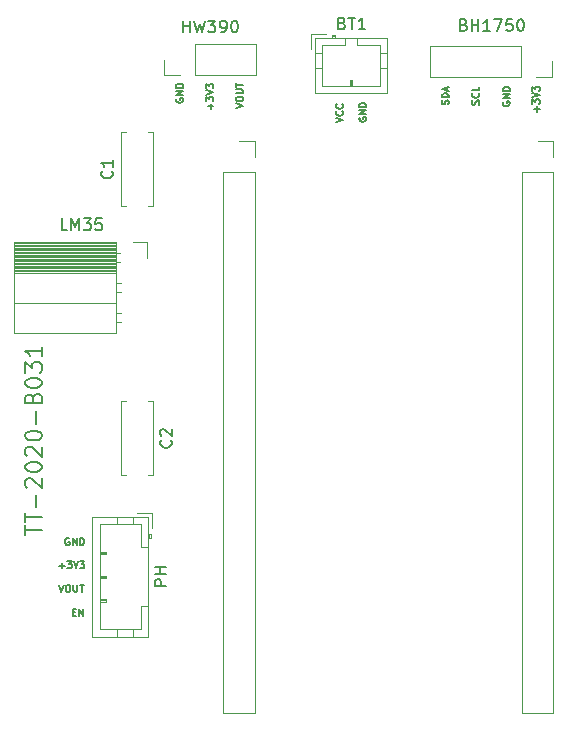
<source format=gto>
G04 #@! TF.GenerationSoftware,KiCad,Pcbnew,5.1.10*
G04 #@! TF.CreationDate,2021-12-04T16:20:11-06:00*
G04 #@! TF.ProjectId,estacion-esp32,65737461-6369-46f6-9e2d-65737033322e,rev?*
G04 #@! TF.SameCoordinates,Original*
G04 #@! TF.FileFunction,Legend,Top*
G04 #@! TF.FilePolarity,Positive*
%FSLAX46Y46*%
G04 Gerber Fmt 4.6, Leading zero omitted, Abs format (unit mm)*
G04 Created by KiCad (PCBNEW 5.1.10) date 2021-12-04 16:20:11*
%MOMM*%
%LPD*%
G01*
G04 APERTURE LIST*
%ADD10C,0.150000*%
%ADD11C,0.120000*%
G04 APERTURE END LIST*
D10*
X122677333Y-104045333D02*
X122677333Y-103245333D01*
X124077333Y-103645333D02*
X122677333Y-103645333D01*
X122677333Y-102978666D02*
X122677333Y-102178666D01*
X124077333Y-102578666D02*
X122677333Y-102578666D01*
X123544000Y-101712000D02*
X123544000Y-100645333D01*
X122810666Y-100045333D02*
X122744000Y-99978666D01*
X122677333Y-99845333D01*
X122677333Y-99512000D01*
X122744000Y-99378666D01*
X122810666Y-99312000D01*
X122944000Y-99245333D01*
X123077333Y-99245333D01*
X123277333Y-99312000D01*
X124077333Y-100112000D01*
X124077333Y-99245333D01*
X122677333Y-98378666D02*
X122677333Y-98245333D01*
X122744000Y-98112000D01*
X122810666Y-98045333D01*
X122944000Y-97978666D01*
X123210666Y-97912000D01*
X123544000Y-97912000D01*
X123810666Y-97978666D01*
X123944000Y-98045333D01*
X124010666Y-98112000D01*
X124077333Y-98245333D01*
X124077333Y-98378666D01*
X124010666Y-98512000D01*
X123944000Y-98578666D01*
X123810666Y-98645333D01*
X123544000Y-98712000D01*
X123210666Y-98712000D01*
X122944000Y-98645333D01*
X122810666Y-98578666D01*
X122744000Y-98512000D01*
X122677333Y-98378666D01*
X122810666Y-97378666D02*
X122744000Y-97312000D01*
X122677333Y-97178666D01*
X122677333Y-96845333D01*
X122744000Y-96712000D01*
X122810666Y-96645333D01*
X122944000Y-96578666D01*
X123077333Y-96578666D01*
X123277333Y-96645333D01*
X124077333Y-97445333D01*
X124077333Y-96578666D01*
X122677333Y-95712000D02*
X122677333Y-95578666D01*
X122744000Y-95445333D01*
X122810666Y-95378666D01*
X122944000Y-95312000D01*
X123210666Y-95245333D01*
X123544000Y-95245333D01*
X123810666Y-95312000D01*
X123944000Y-95378666D01*
X124010666Y-95445333D01*
X124077333Y-95578666D01*
X124077333Y-95712000D01*
X124010666Y-95845333D01*
X123944000Y-95912000D01*
X123810666Y-95978666D01*
X123544000Y-96045333D01*
X123210666Y-96045333D01*
X122944000Y-95978666D01*
X122810666Y-95912000D01*
X122744000Y-95845333D01*
X122677333Y-95712000D01*
X123544000Y-94645333D02*
X123544000Y-93578666D01*
X123344000Y-92445333D02*
X123410666Y-92245333D01*
X123477333Y-92178666D01*
X123610666Y-92112000D01*
X123810666Y-92112000D01*
X123944000Y-92178666D01*
X124010666Y-92245333D01*
X124077333Y-92378666D01*
X124077333Y-92912000D01*
X122677333Y-92912000D01*
X122677333Y-92445333D01*
X122744000Y-92312000D01*
X122810666Y-92245333D01*
X122944000Y-92178666D01*
X123077333Y-92178666D01*
X123210666Y-92245333D01*
X123277333Y-92312000D01*
X123344000Y-92445333D01*
X123344000Y-92912000D01*
X122677333Y-91245333D02*
X122677333Y-91112000D01*
X122744000Y-90978666D01*
X122810666Y-90912000D01*
X122944000Y-90845333D01*
X123210666Y-90778666D01*
X123544000Y-90778666D01*
X123810666Y-90845333D01*
X123944000Y-90912000D01*
X124010666Y-90978666D01*
X124077333Y-91112000D01*
X124077333Y-91245333D01*
X124010666Y-91378666D01*
X123944000Y-91445333D01*
X123810666Y-91512000D01*
X123544000Y-91578666D01*
X123210666Y-91578666D01*
X122944000Y-91512000D01*
X122810666Y-91445333D01*
X122744000Y-91378666D01*
X122677333Y-91245333D01*
X122677333Y-90312000D02*
X122677333Y-89445333D01*
X123210666Y-89912000D01*
X123210666Y-89712000D01*
X123277333Y-89578666D01*
X123344000Y-89512000D01*
X123477333Y-89445333D01*
X123810666Y-89445333D01*
X123944000Y-89512000D01*
X124010666Y-89578666D01*
X124077333Y-89712000D01*
X124077333Y-90112000D01*
X124010666Y-90245333D01*
X123944000Y-90312000D01*
X124077333Y-88112000D02*
X124077333Y-88912000D01*
X124077333Y-88512000D02*
X122677333Y-88512000D01*
X122877333Y-88645333D01*
X123010666Y-88778666D01*
X123077333Y-88912000D01*
X158484857Y-67606771D02*
X158513428Y-67521057D01*
X158513428Y-67378200D01*
X158484857Y-67321057D01*
X158456285Y-67292485D01*
X158399142Y-67263914D01*
X158342000Y-67263914D01*
X158284857Y-67292485D01*
X158256285Y-67321057D01*
X158227714Y-67378200D01*
X158199142Y-67492485D01*
X158170571Y-67549628D01*
X158142000Y-67578200D01*
X158084857Y-67606771D01*
X158027714Y-67606771D01*
X157970571Y-67578200D01*
X157942000Y-67549628D01*
X157913428Y-67492485D01*
X157913428Y-67349628D01*
X157942000Y-67263914D01*
X158513428Y-67006771D02*
X157913428Y-67006771D01*
X157913428Y-66863914D01*
X157942000Y-66778200D01*
X157999142Y-66721057D01*
X158056285Y-66692485D01*
X158170571Y-66663914D01*
X158256285Y-66663914D01*
X158370571Y-66692485D01*
X158427714Y-66721057D01*
X158484857Y-66778200D01*
X158513428Y-66863914D01*
X158513428Y-67006771D01*
X158342000Y-66435342D02*
X158342000Y-66149628D01*
X158513428Y-66492485D02*
X157913428Y-66292485D01*
X158513428Y-66092485D01*
X161075657Y-67617885D02*
X161104228Y-67532171D01*
X161104228Y-67389314D01*
X161075657Y-67332171D01*
X161047085Y-67303600D01*
X160989942Y-67275028D01*
X160932800Y-67275028D01*
X160875657Y-67303600D01*
X160847085Y-67332171D01*
X160818514Y-67389314D01*
X160789942Y-67503600D01*
X160761371Y-67560742D01*
X160732800Y-67589314D01*
X160675657Y-67617885D01*
X160618514Y-67617885D01*
X160561371Y-67589314D01*
X160532800Y-67560742D01*
X160504228Y-67503600D01*
X160504228Y-67360742D01*
X160532800Y-67275028D01*
X161047085Y-66675028D02*
X161075657Y-66703600D01*
X161104228Y-66789314D01*
X161104228Y-66846457D01*
X161075657Y-66932171D01*
X161018514Y-66989314D01*
X160961371Y-67017885D01*
X160847085Y-67046457D01*
X160761371Y-67046457D01*
X160647085Y-67017885D01*
X160589942Y-66989314D01*
X160532800Y-66932171D01*
X160504228Y-66846457D01*
X160504228Y-66789314D01*
X160532800Y-66703600D01*
X160561371Y-66675028D01*
X161104228Y-66132171D02*
X161104228Y-66417885D01*
X160504228Y-66417885D01*
X165981057Y-68240142D02*
X165981057Y-67783000D01*
X166209628Y-68011571D02*
X165752485Y-68011571D01*
X165609628Y-67554428D02*
X165609628Y-67183000D01*
X165838200Y-67383000D01*
X165838200Y-67297285D01*
X165866771Y-67240142D01*
X165895342Y-67211571D01*
X165952485Y-67183000D01*
X166095342Y-67183000D01*
X166152485Y-67211571D01*
X166181057Y-67240142D01*
X166209628Y-67297285D01*
X166209628Y-67468714D01*
X166181057Y-67525857D01*
X166152485Y-67554428D01*
X165609628Y-67011571D02*
X166209628Y-66811571D01*
X165609628Y-66611571D01*
X165609628Y-66468714D02*
X165609628Y-66097285D01*
X165838200Y-66297285D01*
X165838200Y-66211571D01*
X165866771Y-66154428D01*
X165895342Y-66125857D01*
X165952485Y-66097285D01*
X166095342Y-66097285D01*
X166152485Y-66125857D01*
X166181057Y-66154428D01*
X166209628Y-66211571D01*
X166209628Y-66383000D01*
X166181057Y-66440142D01*
X166152485Y-66468714D01*
X163123600Y-67386142D02*
X163095028Y-67443285D01*
X163095028Y-67529000D01*
X163123600Y-67614714D01*
X163180742Y-67671857D01*
X163237885Y-67700428D01*
X163352171Y-67729000D01*
X163437885Y-67729000D01*
X163552171Y-67700428D01*
X163609314Y-67671857D01*
X163666457Y-67614714D01*
X163695028Y-67529000D01*
X163695028Y-67471857D01*
X163666457Y-67386142D01*
X163637885Y-67357571D01*
X163437885Y-67357571D01*
X163437885Y-67471857D01*
X163695028Y-67100428D02*
X163095028Y-67100428D01*
X163695028Y-66757571D01*
X163095028Y-66757571D01*
X163695028Y-66471857D02*
X163095028Y-66471857D01*
X163095028Y-66329000D01*
X163123600Y-66243285D01*
X163180742Y-66186142D01*
X163237885Y-66157571D01*
X163352171Y-66129000D01*
X163437885Y-66129000D01*
X163552171Y-66157571D01*
X163609314Y-66186142D01*
X163666457Y-66243285D01*
X163695028Y-66329000D01*
X163695028Y-66471857D01*
X150982400Y-68732342D02*
X150953828Y-68789485D01*
X150953828Y-68875200D01*
X150982400Y-68960914D01*
X151039542Y-69018057D01*
X151096685Y-69046628D01*
X151210971Y-69075200D01*
X151296685Y-69075200D01*
X151410971Y-69046628D01*
X151468114Y-69018057D01*
X151525257Y-68960914D01*
X151553828Y-68875200D01*
X151553828Y-68818057D01*
X151525257Y-68732342D01*
X151496685Y-68703771D01*
X151296685Y-68703771D01*
X151296685Y-68818057D01*
X151553828Y-68446628D02*
X150953828Y-68446628D01*
X151553828Y-68103771D01*
X150953828Y-68103771D01*
X151553828Y-67818057D02*
X150953828Y-67818057D01*
X150953828Y-67675200D01*
X150982400Y-67589485D01*
X151039542Y-67532342D01*
X151096685Y-67503771D01*
X151210971Y-67475200D01*
X151296685Y-67475200D01*
X151410971Y-67503771D01*
X151468114Y-67532342D01*
X151525257Y-67589485D01*
X151553828Y-67675200D01*
X151553828Y-67818057D01*
X148972628Y-69126000D02*
X149572628Y-68926000D01*
X148972628Y-68726000D01*
X149515485Y-68183142D02*
X149544057Y-68211714D01*
X149572628Y-68297428D01*
X149572628Y-68354571D01*
X149544057Y-68440285D01*
X149486914Y-68497428D01*
X149429771Y-68526000D01*
X149315485Y-68554571D01*
X149229771Y-68554571D01*
X149115485Y-68526000D01*
X149058342Y-68497428D01*
X149001200Y-68440285D01*
X148972628Y-68354571D01*
X148972628Y-68297428D01*
X149001200Y-68211714D01*
X149029771Y-68183142D01*
X149515485Y-67583142D02*
X149544057Y-67611714D01*
X149572628Y-67697428D01*
X149572628Y-67754571D01*
X149544057Y-67840285D01*
X149486914Y-67897428D01*
X149429771Y-67926000D01*
X149315485Y-67954571D01*
X149229771Y-67954571D01*
X149115485Y-67926000D01*
X149058342Y-67897428D01*
X149001200Y-67840285D01*
X148972628Y-67754571D01*
X148972628Y-67697428D01*
X149001200Y-67611714D01*
X149029771Y-67583142D01*
X140514428Y-67909942D02*
X141114428Y-67709942D01*
X140514428Y-67509942D01*
X140514428Y-67195657D02*
X140514428Y-67081371D01*
X140543000Y-67024228D01*
X140600142Y-66967085D01*
X140714428Y-66938514D01*
X140914428Y-66938514D01*
X141028714Y-66967085D01*
X141085857Y-67024228D01*
X141114428Y-67081371D01*
X141114428Y-67195657D01*
X141085857Y-67252800D01*
X141028714Y-67309942D01*
X140914428Y-67338514D01*
X140714428Y-67338514D01*
X140600142Y-67309942D01*
X140543000Y-67252800D01*
X140514428Y-67195657D01*
X140514428Y-66681371D02*
X141000142Y-66681371D01*
X141057285Y-66652800D01*
X141085857Y-66624228D01*
X141114428Y-66567085D01*
X141114428Y-66452800D01*
X141085857Y-66395657D01*
X141057285Y-66367085D01*
X141000142Y-66338514D01*
X140514428Y-66338514D01*
X140514428Y-66138514D02*
X140514428Y-65795657D01*
X141114428Y-65967085D02*
X140514428Y-65967085D01*
X138371257Y-68011542D02*
X138371257Y-67554400D01*
X138599828Y-67782971D02*
X138142685Y-67782971D01*
X137999828Y-67325828D02*
X137999828Y-66954400D01*
X138228400Y-67154400D01*
X138228400Y-67068685D01*
X138256971Y-67011542D01*
X138285542Y-66982971D01*
X138342685Y-66954400D01*
X138485542Y-66954400D01*
X138542685Y-66982971D01*
X138571257Y-67011542D01*
X138599828Y-67068685D01*
X138599828Y-67240114D01*
X138571257Y-67297257D01*
X138542685Y-67325828D01*
X137999828Y-66782971D02*
X138599828Y-66582971D01*
X137999828Y-66382971D01*
X137999828Y-66240114D02*
X137999828Y-65868685D01*
X138228400Y-66068685D01*
X138228400Y-65982971D01*
X138256971Y-65925828D01*
X138285542Y-65897257D01*
X138342685Y-65868685D01*
X138485542Y-65868685D01*
X138542685Y-65897257D01*
X138571257Y-65925828D01*
X138599828Y-65982971D01*
X138599828Y-66154400D01*
X138571257Y-66211542D01*
X138542685Y-66240114D01*
X135463000Y-67106742D02*
X135434428Y-67163885D01*
X135434428Y-67249600D01*
X135463000Y-67335314D01*
X135520142Y-67392457D01*
X135577285Y-67421028D01*
X135691571Y-67449600D01*
X135777285Y-67449600D01*
X135891571Y-67421028D01*
X135948714Y-67392457D01*
X136005857Y-67335314D01*
X136034428Y-67249600D01*
X136034428Y-67192457D01*
X136005857Y-67106742D01*
X135977285Y-67078171D01*
X135777285Y-67078171D01*
X135777285Y-67192457D01*
X136034428Y-66821028D02*
X135434428Y-66821028D01*
X136034428Y-66478171D01*
X135434428Y-66478171D01*
X136034428Y-66192457D02*
X135434428Y-66192457D01*
X135434428Y-66049600D01*
X135463000Y-65963885D01*
X135520142Y-65906742D01*
X135577285Y-65878171D01*
X135691571Y-65849600D01*
X135777285Y-65849600D01*
X135891571Y-65878171D01*
X135948714Y-65906742D01*
X136005857Y-65963885D01*
X136034428Y-66049600D01*
X136034428Y-66192457D01*
X126709542Y-110574142D02*
X126909542Y-110574142D01*
X126995257Y-110888428D02*
X126709542Y-110888428D01*
X126709542Y-110288428D01*
X126995257Y-110288428D01*
X127252400Y-110888428D02*
X127252400Y-110288428D01*
X127595257Y-110888428D01*
X127595257Y-110288428D01*
X125511057Y-108256428D02*
X125711057Y-108856428D01*
X125911057Y-108256428D01*
X126225342Y-108256428D02*
X126339628Y-108256428D01*
X126396771Y-108285000D01*
X126453914Y-108342142D01*
X126482485Y-108456428D01*
X126482485Y-108656428D01*
X126453914Y-108770714D01*
X126396771Y-108827857D01*
X126339628Y-108856428D01*
X126225342Y-108856428D01*
X126168200Y-108827857D01*
X126111057Y-108770714D01*
X126082485Y-108656428D01*
X126082485Y-108456428D01*
X126111057Y-108342142D01*
X126168200Y-108285000D01*
X126225342Y-108256428D01*
X126739628Y-108256428D02*
X126739628Y-108742142D01*
X126768200Y-108799285D01*
X126796771Y-108827857D01*
X126853914Y-108856428D01*
X126968200Y-108856428D01*
X127025342Y-108827857D01*
X127053914Y-108799285D01*
X127082485Y-108742142D01*
X127082485Y-108256428D01*
X127282485Y-108256428D02*
X127625342Y-108256428D01*
X127453914Y-108856428D02*
X127453914Y-108256428D01*
X125536457Y-106646657D02*
X125993600Y-106646657D01*
X125765028Y-106875228D02*
X125765028Y-106418085D01*
X126222171Y-106275228D02*
X126593600Y-106275228D01*
X126393600Y-106503800D01*
X126479314Y-106503800D01*
X126536457Y-106532371D01*
X126565028Y-106560942D01*
X126593600Y-106618085D01*
X126593600Y-106760942D01*
X126565028Y-106818085D01*
X126536457Y-106846657D01*
X126479314Y-106875228D01*
X126307885Y-106875228D01*
X126250742Y-106846657D01*
X126222171Y-106818085D01*
X126765028Y-106275228D02*
X126965028Y-106875228D01*
X127165028Y-106275228D01*
X127307885Y-106275228D02*
X127679314Y-106275228D01*
X127479314Y-106503800D01*
X127565028Y-106503800D01*
X127622171Y-106532371D01*
X127650742Y-106560942D01*
X127679314Y-106618085D01*
X127679314Y-106760942D01*
X127650742Y-106818085D01*
X127622171Y-106846657D01*
X127565028Y-106875228D01*
X127393600Y-106875228D01*
X127336457Y-106846657D01*
X127307885Y-106818085D01*
X126390457Y-104348000D02*
X126333314Y-104319428D01*
X126247600Y-104319428D01*
X126161885Y-104348000D01*
X126104742Y-104405142D01*
X126076171Y-104462285D01*
X126047600Y-104576571D01*
X126047600Y-104662285D01*
X126076171Y-104776571D01*
X126104742Y-104833714D01*
X126161885Y-104890857D01*
X126247600Y-104919428D01*
X126304742Y-104919428D01*
X126390457Y-104890857D01*
X126419028Y-104862285D01*
X126419028Y-104662285D01*
X126304742Y-104662285D01*
X126676171Y-104919428D02*
X126676171Y-104319428D01*
X127019028Y-104919428D01*
X127019028Y-104319428D01*
X127304742Y-104919428D02*
X127304742Y-104319428D01*
X127447600Y-104319428D01*
X127533314Y-104348000D01*
X127590457Y-104405142D01*
X127619028Y-104462285D01*
X127647600Y-104576571D01*
X127647600Y-104662285D01*
X127619028Y-104776571D01*
X127590457Y-104833714D01*
X127533314Y-104890857D01*
X127447600Y-104919428D01*
X127304742Y-104919428D01*
D11*
X133500800Y-92750400D02*
X133500800Y-98990400D01*
X130760800Y-92750400D02*
X130760800Y-98990400D01*
X133500800Y-92750400D02*
X133055800Y-92750400D01*
X131205800Y-92750400D02*
X130760800Y-92750400D01*
X133500800Y-98990400D02*
X133055800Y-98990400D01*
X131205800Y-98990400D02*
X130760800Y-98990400D01*
X133077200Y-102537200D02*
X128357200Y-102537200D01*
X128357200Y-102537200D02*
X128357200Y-112657200D01*
X128357200Y-112657200D02*
X133077200Y-112657200D01*
X133077200Y-112657200D02*
X133077200Y-102537200D01*
X133077200Y-104297200D02*
X133277200Y-104297200D01*
X133277200Y-104297200D02*
X133277200Y-103997200D01*
X133277200Y-103997200D02*
X133077200Y-103997200D01*
X133177200Y-104297200D02*
X133177200Y-103997200D01*
X133077200Y-105097200D02*
X132467200Y-105097200D01*
X132467200Y-105097200D02*
X132467200Y-103147200D01*
X132467200Y-103147200D02*
X128967200Y-103147200D01*
X128967200Y-103147200D02*
X128967200Y-112047200D01*
X128967200Y-112047200D02*
X132467200Y-112047200D01*
X132467200Y-112047200D02*
X132467200Y-110097200D01*
X132467200Y-110097200D02*
X133077200Y-110097200D01*
X131767200Y-102537200D02*
X131767200Y-103147200D01*
X130467200Y-102537200D02*
X130467200Y-103147200D01*
X131767200Y-112657200D02*
X131767200Y-112047200D01*
X130467200Y-112657200D02*
X130467200Y-112047200D01*
X128967200Y-105497200D02*
X129467200Y-105497200D01*
X129467200Y-105497200D02*
X129467200Y-105697200D01*
X129467200Y-105697200D02*
X128967200Y-105697200D01*
X128967200Y-105597200D02*
X129467200Y-105597200D01*
X128967200Y-107497200D02*
X129467200Y-107497200D01*
X129467200Y-107497200D02*
X129467200Y-107697200D01*
X129467200Y-107697200D02*
X128967200Y-107697200D01*
X128967200Y-107597200D02*
X129467200Y-107597200D01*
X128967200Y-109497200D02*
X129467200Y-109497200D01*
X129467200Y-109497200D02*
X129467200Y-109697200D01*
X129467200Y-109697200D02*
X128967200Y-109697200D01*
X128967200Y-109597200D02*
X129467200Y-109597200D01*
X133377200Y-103487200D02*
X133377200Y-102237200D01*
X133377200Y-102237200D02*
X132127200Y-102237200D01*
X167242800Y-63957200D02*
X167242800Y-65287200D01*
X167242800Y-65287200D02*
X165912800Y-65287200D01*
X164642800Y-65287200D02*
X156962800Y-65287200D01*
X156962800Y-62627200D02*
X156962800Y-65287200D01*
X164642800Y-62627200D02*
X156962800Y-62627200D01*
X164642800Y-62627200D02*
X164642800Y-65287200D01*
X139449500Y-73342500D02*
X142109500Y-73342500D01*
X139449500Y-73342500D02*
X139449500Y-119122500D01*
X139449500Y-119122500D02*
X142109500Y-119122500D01*
X142109500Y-73342500D02*
X142109500Y-119122500D01*
X142109500Y-70742500D02*
X142109500Y-72072500D01*
X140779500Y-70742500D02*
X142109500Y-70742500D01*
X134433000Y-65147500D02*
X134433000Y-63817500D01*
X135763000Y-65147500D02*
X134433000Y-65147500D01*
X137033000Y-65147500D02*
X137033000Y-62487500D01*
X137033000Y-62487500D02*
X142173000Y-62487500D01*
X137033000Y-65147500D02*
X142173000Y-65147500D01*
X142173000Y-65147500D02*
X142173000Y-62487500D01*
X146865000Y-61644000D02*
X146865000Y-62894000D01*
X148115000Y-61644000D02*
X146865000Y-61644000D01*
X150225000Y-66054000D02*
X150225000Y-65554000D01*
X150325000Y-65554000D02*
X150325000Y-66054000D01*
X150125000Y-65554000D02*
X150325000Y-65554000D01*
X150125000Y-66054000D02*
X150125000Y-65554000D01*
X153285000Y-64554000D02*
X152675000Y-64554000D01*
X153285000Y-63254000D02*
X152675000Y-63254000D01*
X147165000Y-64554000D02*
X147775000Y-64554000D01*
X147165000Y-63254000D02*
X147775000Y-63254000D01*
X150725000Y-62554000D02*
X150725000Y-61944000D01*
X152675000Y-62554000D02*
X150725000Y-62554000D01*
X152675000Y-66054000D02*
X152675000Y-62554000D01*
X147775000Y-66054000D02*
X152675000Y-66054000D01*
X147775000Y-62554000D02*
X147775000Y-66054000D01*
X149725000Y-62554000D02*
X147775000Y-62554000D01*
X149725000Y-61944000D02*
X149725000Y-62554000D01*
X148925000Y-61844000D02*
X148625000Y-61844000D01*
X148625000Y-61744000D02*
X148625000Y-61944000D01*
X148925000Y-61744000D02*
X148625000Y-61744000D01*
X148925000Y-61944000D02*
X148925000Y-61744000D01*
X153285000Y-61944000D02*
X147165000Y-61944000D01*
X153285000Y-66664000D02*
X153285000Y-61944000D01*
X147165000Y-66664000D02*
X153285000Y-66664000D01*
X147165000Y-61944000D02*
X147165000Y-66664000D01*
X133055800Y-69970400D02*
X133500800Y-69970400D01*
X130760800Y-69970400D02*
X131205800Y-69970400D01*
X133055800Y-76210400D02*
X133500800Y-76210400D01*
X130760800Y-76210400D02*
X131205800Y-76210400D01*
X133500800Y-76210400D02*
X133500800Y-69970400D01*
X130760800Y-76210400D02*
X130760800Y-69970400D01*
X164722500Y-73342500D02*
X167382500Y-73342500D01*
X164722500Y-73342500D02*
X164722500Y-119122500D01*
X164722500Y-119122500D02*
X167382500Y-119122500D01*
X167382500Y-73342500D02*
X167382500Y-119122500D01*
X167382500Y-70742500D02*
X167382500Y-72072500D01*
X166052500Y-70742500D02*
X167382500Y-70742500D01*
X121736500Y-79371500D02*
X130366500Y-79371500D01*
X121736500Y-79489595D02*
X130366500Y-79489595D01*
X121736500Y-79607690D02*
X130366500Y-79607690D01*
X121736500Y-79725785D02*
X130366500Y-79725785D01*
X121736500Y-79843880D02*
X130366500Y-79843880D01*
X121736500Y-79961975D02*
X130366500Y-79961975D01*
X121736500Y-80080070D02*
X130366500Y-80080070D01*
X121736500Y-80198165D02*
X130366500Y-80198165D01*
X121736500Y-80316260D02*
X130366500Y-80316260D01*
X121736500Y-80434355D02*
X130366500Y-80434355D01*
X121736500Y-80552450D02*
X130366500Y-80552450D01*
X121736500Y-80670545D02*
X130366500Y-80670545D01*
X121736500Y-80788640D02*
X130366500Y-80788640D01*
X121736500Y-80906735D02*
X130366500Y-80906735D01*
X121736500Y-81024830D02*
X130366500Y-81024830D01*
X121736500Y-81142925D02*
X130366500Y-81142925D01*
X121736500Y-81261020D02*
X130366500Y-81261020D01*
X121736500Y-81379115D02*
X130366500Y-81379115D01*
X121736500Y-81497210D02*
X130366500Y-81497210D01*
X121736500Y-81615305D02*
X130366500Y-81615305D01*
X121736500Y-81733400D02*
X130366500Y-81733400D01*
X130366500Y-80221500D02*
X130716500Y-80221500D01*
X130366500Y-80941500D02*
X130716500Y-80941500D01*
X130366500Y-82761500D02*
X130776500Y-82761500D01*
X130366500Y-83481500D02*
X130776500Y-83481500D01*
X130366500Y-85301500D02*
X130776500Y-85301500D01*
X130366500Y-86021500D02*
X130776500Y-86021500D01*
X121736500Y-81851500D02*
X130366500Y-81851500D01*
X121736500Y-84391500D02*
X130366500Y-84391500D01*
X121736500Y-79251500D02*
X130366500Y-79251500D01*
X130366500Y-79251500D02*
X130366500Y-86991500D01*
X121736500Y-86991500D02*
X130366500Y-86991500D01*
X121736500Y-79251500D02*
X121736500Y-86991500D01*
X132936500Y-79251500D02*
X132936500Y-80581500D01*
X131826500Y-79251500D02*
X132936500Y-79251500D01*
D10*
X134987942Y-96037066D02*
X135035561Y-96084685D01*
X135083180Y-96227542D01*
X135083180Y-96322780D01*
X135035561Y-96465638D01*
X134940323Y-96560876D01*
X134845085Y-96608495D01*
X134654609Y-96656114D01*
X134511752Y-96656114D01*
X134321276Y-96608495D01*
X134226038Y-96560876D01*
X134130800Y-96465638D01*
X134083180Y-96322780D01*
X134083180Y-96227542D01*
X134130800Y-96084685D01*
X134178419Y-96037066D01*
X134178419Y-95656114D02*
X134130800Y-95608495D01*
X134083180Y-95513257D01*
X134083180Y-95275161D01*
X134130800Y-95179923D01*
X134178419Y-95132304D01*
X134273657Y-95084685D01*
X134368895Y-95084685D01*
X134511752Y-95132304D01*
X135083180Y-95703733D01*
X135083180Y-95084685D01*
X134619580Y-108382914D02*
X133619580Y-108382914D01*
X133619580Y-108001961D01*
X133667200Y-107906723D01*
X133714819Y-107859104D01*
X133810057Y-107811485D01*
X133952914Y-107811485D01*
X134048152Y-107859104D01*
X134095771Y-107906723D01*
X134143390Y-108001961D01*
X134143390Y-108382914D01*
X134619580Y-107382914D02*
X133619580Y-107382914D01*
X134095771Y-107382914D02*
X134095771Y-106811485D01*
X134619580Y-106811485D02*
X133619580Y-106811485D01*
X159796457Y-60863171D02*
X159939314Y-60910790D01*
X159986933Y-60958409D01*
X160034552Y-61053647D01*
X160034552Y-61196504D01*
X159986933Y-61291742D01*
X159939314Y-61339361D01*
X159844076Y-61386980D01*
X159463123Y-61386980D01*
X159463123Y-60386980D01*
X159796457Y-60386980D01*
X159891695Y-60434600D01*
X159939314Y-60482219D01*
X159986933Y-60577457D01*
X159986933Y-60672695D01*
X159939314Y-60767933D01*
X159891695Y-60815552D01*
X159796457Y-60863171D01*
X159463123Y-60863171D01*
X160463123Y-61386980D02*
X160463123Y-60386980D01*
X160463123Y-60863171D02*
X161034552Y-60863171D01*
X161034552Y-61386980D02*
X161034552Y-60386980D01*
X162034552Y-61386980D02*
X161463123Y-61386980D01*
X161748838Y-61386980D02*
X161748838Y-60386980D01*
X161653600Y-60529838D01*
X161558361Y-60625076D01*
X161463123Y-60672695D01*
X162367885Y-60386980D02*
X163034552Y-60386980D01*
X162605980Y-61386980D01*
X163891695Y-60386980D02*
X163415504Y-60386980D01*
X163367885Y-60863171D01*
X163415504Y-60815552D01*
X163510742Y-60767933D01*
X163748838Y-60767933D01*
X163844076Y-60815552D01*
X163891695Y-60863171D01*
X163939314Y-60958409D01*
X163939314Y-61196504D01*
X163891695Y-61291742D01*
X163844076Y-61339361D01*
X163748838Y-61386980D01*
X163510742Y-61386980D01*
X163415504Y-61339361D01*
X163367885Y-61291742D01*
X164558361Y-60386980D02*
X164653600Y-60386980D01*
X164748838Y-60434600D01*
X164796457Y-60482219D01*
X164844076Y-60577457D01*
X164891695Y-60767933D01*
X164891695Y-61006028D01*
X164844076Y-61196504D01*
X164796457Y-61291742D01*
X164748838Y-61339361D01*
X164653600Y-61386980D01*
X164558361Y-61386980D01*
X164463123Y-61339361D01*
X164415504Y-61291742D01*
X164367885Y-61196504D01*
X164320266Y-61006028D01*
X164320266Y-60767933D01*
X164367885Y-60577457D01*
X164415504Y-60482219D01*
X164463123Y-60434600D01*
X164558361Y-60386980D01*
X136042685Y-61513980D02*
X136042685Y-60513980D01*
X136042685Y-60990171D02*
X136614114Y-60990171D01*
X136614114Y-61513980D02*
X136614114Y-60513980D01*
X136995066Y-60513980D02*
X137233161Y-61513980D01*
X137423638Y-60799695D01*
X137614114Y-61513980D01*
X137852209Y-60513980D01*
X138137923Y-60513980D02*
X138756971Y-60513980D01*
X138423638Y-60894933D01*
X138566495Y-60894933D01*
X138661733Y-60942552D01*
X138709352Y-60990171D01*
X138756971Y-61085409D01*
X138756971Y-61323504D01*
X138709352Y-61418742D01*
X138661733Y-61466361D01*
X138566495Y-61513980D01*
X138280780Y-61513980D01*
X138185542Y-61466361D01*
X138137923Y-61418742D01*
X139233161Y-61513980D02*
X139423638Y-61513980D01*
X139518876Y-61466361D01*
X139566495Y-61418742D01*
X139661733Y-61275885D01*
X139709352Y-61085409D01*
X139709352Y-60704457D01*
X139661733Y-60609219D01*
X139614114Y-60561600D01*
X139518876Y-60513980D01*
X139328400Y-60513980D01*
X139233161Y-60561600D01*
X139185542Y-60609219D01*
X139137923Y-60704457D01*
X139137923Y-60942552D01*
X139185542Y-61037790D01*
X139233161Y-61085409D01*
X139328400Y-61133028D01*
X139518876Y-61133028D01*
X139614114Y-61085409D01*
X139661733Y-61037790D01*
X139709352Y-60942552D01*
X140328400Y-60513980D02*
X140423638Y-60513980D01*
X140518876Y-60561600D01*
X140566495Y-60609219D01*
X140614114Y-60704457D01*
X140661733Y-60894933D01*
X140661733Y-61133028D01*
X140614114Y-61323504D01*
X140566495Y-61418742D01*
X140518876Y-61466361D01*
X140423638Y-61513980D01*
X140328400Y-61513980D01*
X140233161Y-61466361D01*
X140185542Y-61418742D01*
X140137923Y-61323504D01*
X140090304Y-61133028D01*
X140090304Y-60894933D01*
X140137923Y-60704457D01*
X140185542Y-60609219D01*
X140233161Y-60561600D01*
X140328400Y-60513980D01*
X149506085Y-60736171D02*
X149648942Y-60783790D01*
X149696561Y-60831409D01*
X149744180Y-60926647D01*
X149744180Y-61069504D01*
X149696561Y-61164742D01*
X149648942Y-61212361D01*
X149553704Y-61259980D01*
X149172752Y-61259980D01*
X149172752Y-60259980D01*
X149506085Y-60259980D01*
X149601323Y-60307600D01*
X149648942Y-60355219D01*
X149696561Y-60450457D01*
X149696561Y-60545695D01*
X149648942Y-60640933D01*
X149601323Y-60688552D01*
X149506085Y-60736171D01*
X149172752Y-60736171D01*
X150029895Y-60259980D02*
X150601323Y-60259980D01*
X150315609Y-61259980D02*
X150315609Y-60259980D01*
X151458466Y-61259980D02*
X150887038Y-61259980D01*
X151172752Y-61259980D02*
X151172752Y-60259980D01*
X151077514Y-60402838D01*
X150982276Y-60498076D01*
X150887038Y-60545695D01*
X129987942Y-73257066D02*
X130035561Y-73304685D01*
X130083180Y-73447542D01*
X130083180Y-73542780D01*
X130035561Y-73685638D01*
X129940323Y-73780876D01*
X129845085Y-73828495D01*
X129654609Y-73876114D01*
X129511752Y-73876114D01*
X129321276Y-73828495D01*
X129226038Y-73780876D01*
X129130800Y-73685638D01*
X129083180Y-73542780D01*
X129083180Y-73447542D01*
X129130800Y-73304685D01*
X129178419Y-73257066D01*
X130083180Y-72304685D02*
X130083180Y-72876114D01*
X130083180Y-72590400D02*
X129083180Y-72590400D01*
X129226038Y-72685638D01*
X129321276Y-72780876D01*
X129368895Y-72876114D01*
X126232214Y-78263880D02*
X125756023Y-78263880D01*
X125756023Y-77263880D01*
X126565547Y-78263880D02*
X126565547Y-77263880D01*
X126898880Y-77978166D01*
X127232214Y-77263880D01*
X127232214Y-78263880D01*
X127613166Y-77263880D02*
X128232214Y-77263880D01*
X127898880Y-77644833D01*
X128041738Y-77644833D01*
X128136976Y-77692452D01*
X128184595Y-77740071D01*
X128232214Y-77835309D01*
X128232214Y-78073404D01*
X128184595Y-78168642D01*
X128136976Y-78216261D01*
X128041738Y-78263880D01*
X127756023Y-78263880D01*
X127660785Y-78216261D01*
X127613166Y-78168642D01*
X129136976Y-77263880D02*
X128660785Y-77263880D01*
X128613166Y-77740071D01*
X128660785Y-77692452D01*
X128756023Y-77644833D01*
X128994119Y-77644833D01*
X129089357Y-77692452D01*
X129136976Y-77740071D01*
X129184595Y-77835309D01*
X129184595Y-78073404D01*
X129136976Y-78168642D01*
X129089357Y-78216261D01*
X128994119Y-78263880D01*
X128756023Y-78263880D01*
X128660785Y-78216261D01*
X128613166Y-78168642D01*
M02*

</source>
